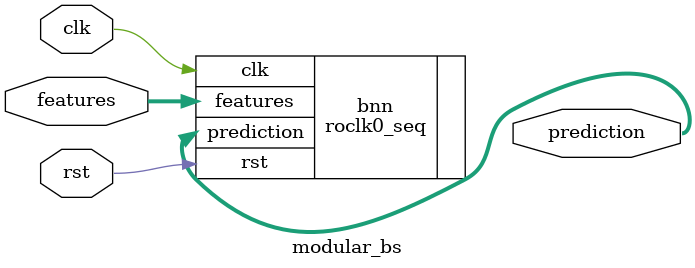
<source format=v>
`ifndef DUTNAME
`define DUTNAME modular_bs
parameter FEAT_CNT = 4;
parameter FEAT_BITS = 4;
parameter HIDDEN_CNT = 4;
parameter CLASS_CNT = 4;
`define WEIGHTS0 0
`define WEIGHTS1 0
`else
    `include `BSTRINGS
`endif
module `DUTNAME #(
`ifdef PARAMS
`include `PARAMS
`endif
  ) (
  input clk,
  input rst,
  input [FEAT_CNT*FEAT_BITS-1:0] features,
  output [$clog2(CLASS_CNT)-1:0] prediction
  );

  localparam Weights0 = `WEIGHTS0 ;
  localparam Weights1 = `WEIGHTS1 ;

  roclk0_seq #(.FEAT_CNT(FEAT_CNT),.FEAT_BITS(FEAT_BITS),.HIDDEN_CNT(HIDDEN_CNT),.CLASS_CNT(CLASS_CNT),.Weights0(Weights0),.Weights1(Weights1)) bnn (
    .clk(clk),
    .rst(rst),
    .features(features),
    .prediction(prediction)
  );

endmodule

</source>
